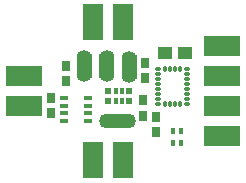
<source format=gts>
G04 DipTrace 2.4.0.2*
%INST12axis2.gts*%
%MOMM*%
%ADD16O,1.23X1.185*%
%ADD29O,1.185X1.23*%
%ADD42O,0.63X0.32*%
%ADD43O,0.32X0.63*%
%ADD44R,0.65X0.45*%
%ADD46R,0.45X0.55*%
%ADD47R,0.3X0.55*%
%ADD48R,0.575X0.55*%
%ADD49R,1.75X2.082*%
%ADD50R,1.75X1.65*%
%ADD51R,2.05X1.75*%
%ADD52R,2.082X1.75*%
%ADD53R,1.65X1.75*%
%ADD54R,1.15X1.05*%
%ADD55R,0.75X0.95*%
%FSLAX53Y53*%
G04*
G71*
G90*
G75*
G01*
%LNTopMask*%
%LPD*%
D16*
X15608Y19272D3*
G36*
X14993Y19498D2*
X16223D1*
Y17498D1*
X14993D1*
Y19498D1*
G37*
D16*
X15608Y17724D3*
X17499Y17739D3*
G36*
X18114Y17513D2*
X16884D1*
Y19513D1*
X18114D1*
Y17513D1*
G37*
D16*
X17499Y19287D3*
X19404Y17641D3*
G36*
X20019Y17415D2*
X18789D1*
Y19415D1*
X20019D1*
Y17415D1*
G37*
D16*
X19404Y19189D3*
D55*
X12755Y14503D3*
Y15803D3*
X14064Y17226D3*
Y18526D3*
X21635Y14170D3*
Y12870D3*
D54*
X22406Y19596D3*
X24106D3*
D55*
X20714Y17466D3*
Y18766D3*
X20546Y15579D3*
Y14279D3*
D53*
X26510Y17620D3*
Y20160D3*
D52*
X27780Y17620D3*
Y20160D3*
D53*
X26510Y12540D3*
D51*
X27780D3*
D53*
X11270Y17620D3*
Y15080D3*
D52*
X10000Y17620D3*
Y15080D3*
D53*
X26510D3*
D51*
X27780D3*
D50*
X18890Y11270D3*
X16350D3*
D49*
X18890Y10000D3*
X16350D3*
D50*
X18890Y21430D3*
X16350D3*
D49*
X18890Y22700D3*
X16350D3*
D48*
X19408Y16395D3*
D47*
X18768D3*
X18268D3*
D48*
X17633D3*
Y15495D3*
D47*
X18268D3*
X18768D3*
D48*
X19408D3*
D46*
X23779Y12976D3*
X23079D3*
Y11976D3*
X23779D3*
D29*
X19394Y13832D3*
G36*
X19434Y14431D2*
X17459D1*
Y13232D1*
X19434D1*
Y14431D1*
G37*
D29*
X17474Y13832D3*
D44*
X13916Y15800D3*
Y15150D3*
Y14500D3*
Y13850D3*
X15916D3*
Y14500D3*
Y15150D3*
Y15800D3*
D43*
X22441Y15288D3*
X22871D3*
X23301D3*
X23731D3*
D42*
X24311Y15258D3*
Y15688D3*
Y16118D3*
Y16548D3*
Y16978D3*
Y17408D3*
Y17838D3*
Y18268D3*
D43*
X23731Y18238D3*
X23301D3*
X22871D3*
X22441D3*
D42*
X21861Y18268D3*
Y17838D3*
Y17408D3*
Y16978D3*
Y16548D3*
Y16118D3*
Y15688D3*
Y15258D3*
M02*

</source>
